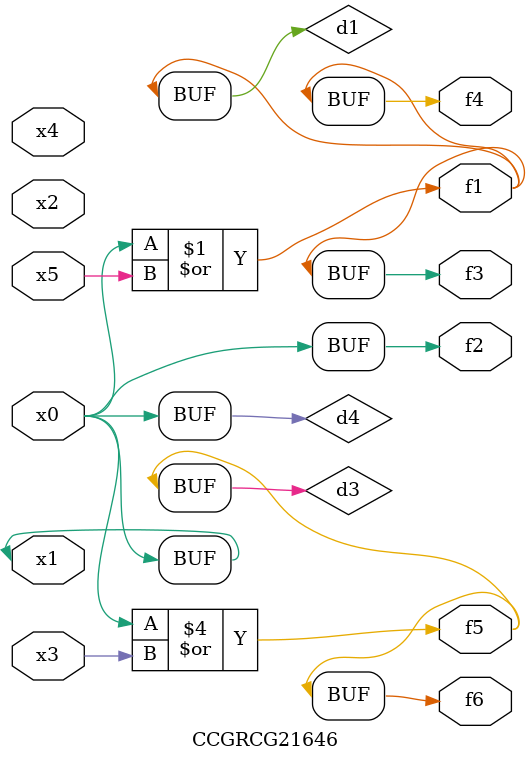
<source format=v>
module CCGRCG21646(
	input x0, x1, x2, x3, x4, x5,
	output f1, f2, f3, f4, f5, f6
);

	wire d1, d2, d3, d4;

	or (d1, x0, x5);
	xnor (d2, x1, x4);
	or (d3, x0, x3);
	buf (d4, x0, x1);
	assign f1 = d1;
	assign f2 = d4;
	assign f3 = d1;
	assign f4 = d1;
	assign f5 = d3;
	assign f6 = d3;
endmodule

</source>
